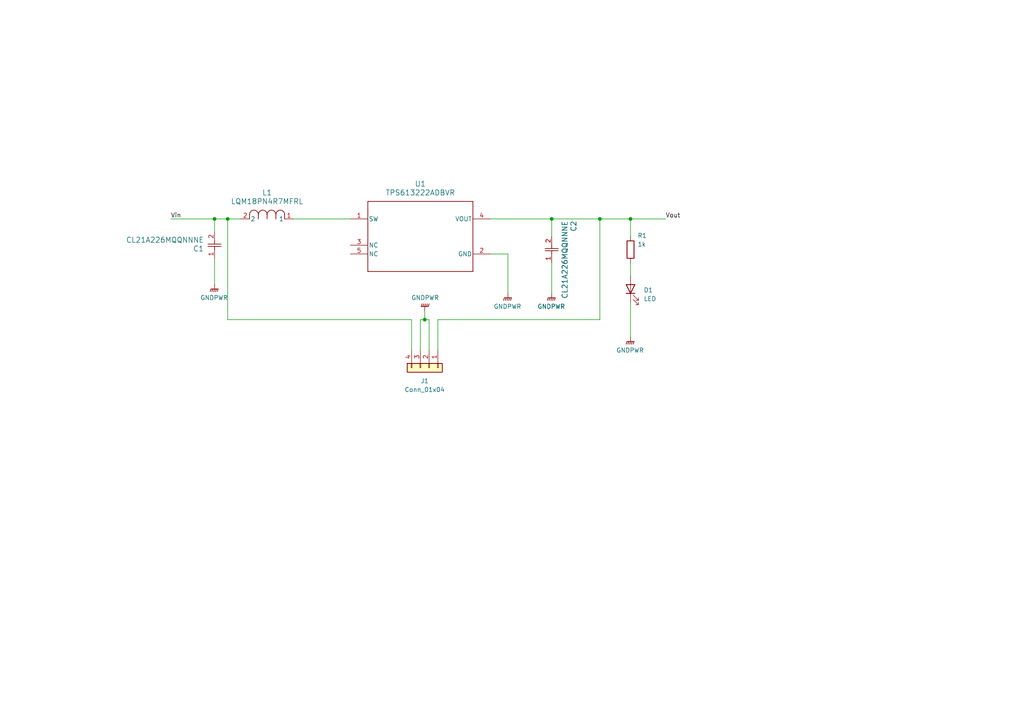
<source format=kicad_sch>
(kicad_sch (version 20250114) (generator "eeschema") (generator_version "9.0")
  (paper "A4")
  (lib_symbols
    (symbol "CL21A226MQQNNNE:CL21A226MQQNNNE" (pin_names (offset 0.254))
      (property "Reference" "C" (at 3.81 3.81 0))
      (property "Value" "CL21A226MQQNNNE" (at 3.81 -3.81 0))
      (symbol "CL21A226MQQNNNE_1_1"
        (polyline (pts (xy 2.54 0) (xy 3.4798 0)) (stroke (width 0.2032)))
        (polyline (pts (xy 3.4798 -1.905) (xy 3.4798 1.905)) (stroke (width 0.2032)))
        (polyline (pts (xy 4.1148 0) (xy 5.08 0)) (stroke (width 0.2032)))
        (polyline (pts (xy 4.1148 -1.905) (xy 4.1148 1.905)) (stroke (width 0.2032)))
        (pin unspecified line (at 0 0 0) (length 2.54) (name "") (number "1"))
        (pin unspecified line (at 7.62 0 180) (length 2.54) (name "") (number "2"))
      )
      (symbol "CL21A226MQQNNNE_1_2"
        (polyline (pts (xy -1.905 -3.4798) (xy 1.905 -3.4798)) (stroke (width 0.2032)))
        (polyline (pts (xy -1.905 -4.1148) (xy 1.905 -4.1148)) (stroke (width 0.2032)))
        (polyline (pts (xy 0 -2.54) (xy 0 -3.4798)) (stroke (width 0.2032)))
        (polyline (pts (xy 0 -4.1148) (xy 0 -5.08)) (stroke (width 0.2032)))
        (pin unspecified line (at 0 0 270) (length 2.54) (name "") (number "1"))
        (pin unspecified line (at 0 -7.62 90) (length 2.54) (name "") (number "2"))
      )
    )
    (symbol "Connector_Generic:Conn_01x04" (pin_names (offset 1.016) (hide yes))
      (property "Reference" "J" (at 0 5.08 0))
      (property "Value" "Conn_01x04" (at 0 -7.62 0))
      (symbol "Conn_01x04_1_1"
        (rectangle (start -1.27 3.81) (end 1.27 -6.35) (stroke (width 0.254)) (fill (type background)))
        (rectangle (start -1.27 2.667) (end 0 2.413) (stroke (width 0.1524)))
        (rectangle (start -1.27 0.127) (end 0 -0.127) (stroke (width 0.1524)))
        (rectangle (start -1.27 -2.413) (end 0 -2.667) (stroke (width 0.1524)))
        (rectangle (start -1.27 -4.953) (end 0 -5.207) (stroke (width 0.1524)))
        (pin passive line (at -5.08 2.54 0) (length 3.81) (name "Pin_1") (number "1"))
        (pin passive line (at -5.08 0 0) (length 3.81) (name "Pin_2") (number "2"))
        (pin passive line (at -5.08 -2.54 0) (length 3.81) (name "Pin_3") (number "3"))
        (pin passive line (at -5.08 -5.08 0) (length 3.81) (name "Pin_4") (number "4"))
      )
    )
    (symbol "Device:LED" (pin_numbers (hide yes)) (pin_names (offset 1.016) (hide yes))
      (property "Reference" "D" (at 0 2.54 0))
      (property "Value" "LED" (at 0 -2.54 0))
      (symbol "LED_0_1"
        (polyline (pts (xy -3.048 -0.762) (xy -4.572 -2.286) (xy -3.81 -2.286) (xy -4.572 -2.286) (xy -4.572 -1.524)))
        (polyline (pts (xy -1.778 -0.762) (xy -3.302 -2.286) (xy -2.54 -2.286) (xy -3.302 -2.286) (xy -3.302 -1.524)))
        (polyline (pts (xy -1.27 0) (xy 1.27 0)))
        (polyline (pts (xy -1.27 -1.27) (xy -1.27 1.27)) (stroke (width 0.254)))
        (polyline (pts (xy 1.27 -1.27) (xy 1.27 1.27) (xy -1.27 0) (xy 1.27 -1.27)) (stroke (width 0.254)))
      )
      (symbol "LED_1_1"
        (pin passive line (at -3.81 0 0) (length 2.54) (name "K") (number "1"))
        (pin passive line (at 3.81 0 180) (length 2.54) (name "A") (number "2"))
      )
    )
    (symbol "Device:R" (pin_numbers (hide yes)) (pin_names (offset 0))
      (property "Reference" "R" (at 2.032 0 90))
      (property "Value" "R" (at 0 0 90))
      (symbol "R_0_1"
        (rectangle (start -1.016 -2.54) (end 1.016 2.54) (stroke (width 0.254)))
      )
      (symbol "R_1_1"
        (pin passive line (at 0 3.81 270) (length 1.27) (name "~") (number "1"))
        (pin passive line (at 0 -3.81 90) (length 1.27) (name "~") (number "2"))
      )
    )
    (symbol "LQM18PN4R7MFRL:LQM18PN4R7MFRL" (pin_names (offset 0.254))
      (property "Reference" "L" (at 6.985 5.08 0))
      (property "Value" "LQM18PN4R7MFRL" (at 6.985 -2.54 0))
      (symbol "LQM18PN4R7MFRL_1_1"
        (polyline (pts (xy 2.54 0) (xy 2.54 1.27)) (stroke (width 0.2032)))
        (arc (start 2.54 1.27) (mid 3.81 2.5344) (end 5.08 1.27) (stroke (width 0.2032)))
        (polyline (pts (xy 5.08 0) (xy 5.08 1.27)) (stroke (width 0.2032)))
        (arc (start 5.08 1.27) (mid 6.35 2.5344) (end 7.62 1.27) (stroke (width 0.2032)))
        (polyline (pts (xy 7.62 0) (xy 7.62 1.27)) (stroke (width 0.2032)))
        (arc (start 7.62 1.27) (mid 8.89 2.5344) (end 10.16 1.27) (stroke (width 0.2032)))
        (polyline (pts (xy 10.16 0) (xy 10.16 1.27)) (stroke (width 0.2032)))
        (arc (start 10.16 1.27) (mid 11.43 2.5344) (end 12.7 1.27) (stroke (width 0.2032)))
        (polyline (pts (xy 12.7 0) (xy 12.7 1.27)) (stroke (width 0.2032)))
        (pin unspecified line (at 0 0 0) (length 2.54) (name "2") (number "2"))
        (pin unspecified line (at 15.24 0 180) (length 2.54) (name "1") (number "1"))
      )
      (symbol "LQM18PN4R7MFRL_1_2"
        (arc (start -1.27 10.16) (mid -2.5344 11.43) (end -1.27 12.7) (stroke (width 0.2032)))
        (arc (start -1.27 7.62) (mid -2.5344 8.89) (end -1.27 10.16) (stroke (width 0.2032)))
        (arc (start -1.27 5.08) (mid -2.5344 6.35) (end -1.27 7.62) (stroke (width 0.2032)))
        (arc (start -1.27 2.54) (mid -2.5344 3.81) (end -1.27 5.08) (stroke (width 0.2032)))
        (polyline (pts (xy 0 12.7) (xy -1.27 12.7)) (stroke (width 0.2032)))
        (polyline (pts (xy 0 10.16) (xy -1.27 10.16)) (stroke (width 0.2032)))
        (polyline (pts (xy 0 7.62) (xy -1.27 7.62)) (stroke (width 0.2032)))
        (polyline (pts (xy 0 5.08) (xy -1.27 5.08)) (stroke (width 0.2032)))
        (polyline (pts (xy 0 2.54) (xy -1.27 2.54)) (stroke (width 0.2032)))
        (pin unspecified line (at 0 15.24 270) (length 2.54) (name "1") (number "1"))
        (pin unspecified line (at 0 0 90) (length 2.54) (name "2") (number "2"))
      )
    )
    (symbol "TPS613222ADBVR:TPS613222ADBVR" (pin_names (offset 0.254))
      (property "Reference" "U" (at 0 2.54 0))
      (property "Value" "TPS613222ADBVR" (at 0 0 0))
      (symbol "TPS613222ADBVR_0_1"
        (polyline (pts (xy -15.24 10.16) (xy -15.24 -10.16)) (stroke (width 0.2032)))
        (polyline (pts (xy -15.24 -10.16) (xy 15.24 -10.16)) (stroke (width 0.2032)))
        (polyline (pts (xy 15.24 10.16) (xy -15.24 10.16)) (stroke (width 0.2032)))
        (polyline (pts (xy 15.24 -10.16) (xy 15.24 10.16)) (stroke (width 0.2032)))
        (pin power_in line (at -20.32 5.08 0) (length 5.08) (name "SW") (number "1"))
        (pin unspecified line (at -20.32 -2.54 0) (length 5.08) (name "NC") (number "3"))
        (pin unspecified line (at -20.32 -5.08 0) (length 5.08) (name "NC") (number "5"))
        (pin power_in line (at 20.32 5.08 180) (length 5.08) (name "VOUT") (number "4"))
        (pin power_in line (at 20.32 -5.08 180) (length 5.08) (name "GND") (number "2"))
      )
    )
    (symbol "power:GNDPWR" (power) (pin_numbers (hide yes)) (pin_names (offset 0) (hide yes))
      (property "Value" "GNDPWR" (at 0 -3.302 0))
      (symbol "GNDPWR_0_1"
        (polyline (pts (xy -1.016 -1.27) (xy -1.27 -2.032) (xy -1.27 -2.032)) (stroke (width 0.2032)))
        (polyline (pts (xy -0.508 -1.27) (xy -0.762 -2.032) (xy -0.762 -2.032)) (stroke (width 0.2032)))
        (polyline (pts (xy 0 -1.27) (xy 0 0)))
        (polyline (pts (xy 0 -1.27) (xy -0.254 -2.032) (xy -0.254 -2.032)) (stroke (width 0.2032)))
        (polyline (pts (xy 0.508 -1.27) (xy 0.254 -2.032) (xy 0.254 -2.032)) (stroke (width 0.2032)))
        (polyline (pts (xy 1.016 -1.27) (xy -1.016 -1.27) (xy -1.016 -1.27)) (stroke (width 0.2032)))
        (polyline (pts (xy 1.016 -1.27) (xy 0.762 -2.032) (xy 0.762 -2.032) (xy 0.762 -2.032)) (stroke (width 0.2032)))
      )
      (symbol "GNDPWR_1_1"
        (pin power_in line (at 0 0 270) (length 0) (name "~") (number "1"))
      )
    )
  )
  (junction (at 182.88 63.5))
  (junction (at 123.19 92.71))
  (junction (at 173.99 63.5))
  (junction (at 66.04 63.5))
  (junction (at 160.02 63.5))
  (junction (at 62.23 63.5))
  (wire (pts (xy 182.88 76.2) (xy 182.88 80.01)))
  (wire (pts (xy 160.02 63.5) (xy 160.02 68.58)))
  (wire (pts (xy 66.04 63.5) (xy 66.04 92.71)))
  (wire (pts (xy 182.88 63.5) (xy 182.88 68.58)))
  (wire (pts (xy 127 92.71) (xy 127 101.6)))
  (wire (pts (xy 173.99 92.71) (xy 127 92.71)))
  (wire (pts (xy 69.85 63.5) (xy 66.04 63.5)))
  (wire (pts (xy 66.04 63.5) (xy 62.23 63.5)))
  (wire (pts (xy 124.46 92.71) (xy 123.19 92.71)))
  (wire (pts (xy 142.24 63.5) (xy 160.02 63.5)))
  (wire (pts (xy 121.92 92.71) (xy 123.19 92.71)))
  (wire (pts (xy 142.24 73.66) (xy 147.32 73.66)))
  (wire (pts (xy 160.02 63.5) (xy 173.99 63.5)))
  (wire (pts (xy 147.32 73.66) (xy 147.32 85.09)))
  (wire (pts (xy 173.99 63.5) (xy 182.88 63.5)))
  (wire (pts (xy 182.88 63.5) (xy 193.04 63.5)))
  (wire (pts (xy 173.99 63.5) (xy 173.99 92.71)))
  (wire (pts (xy 124.46 101.6) (xy 124.46 92.71)))
  (wire (pts (xy 66.04 92.71) (xy 119.38 92.71)))
  (wire (pts (xy 62.23 74.93) (xy 62.23 82.55)))
  (wire (pts (xy 85.09 63.5) (xy 101.6 63.5)))
  (wire (pts (xy 121.92 101.6) (xy 121.92 92.71)))
  (wire (pts (xy 62.23 63.5) (xy 62.23 67.31)))
  (wire (pts (xy 160.02 76.2) (xy 160.02 85.09)))
  (wire (pts (xy 119.38 92.71) (xy 119.38 101.6)))
  (wire (pts (xy 123.19 92.71) (xy 123.19 90.17)))
  (wire (pts (xy 182.88 87.63) (xy 182.88 97.79)))
  (wire (pts (xy 49.53 63.5) (xy 62.23 63.5)))
  (label "Vin" (at 49.53 63.5 0))
  (label "Vout" (at 193.04 63.5 0))
  (symbol (lib_id "TPS613222ADBVR:TPS613222ADBVR") (at 121.92 68.58 0) (unit 1)
    (property "Reference" "U1" (at 121.92 53.34 0) (effects (font (size 1.524 1.524))))
    (property "Value" "TPS613222ADBVR" (at 121.92 55.88 0) (effects (font (size 1.524 1.524))))
    (property "Footprint" "DBV0005A_N" (effects (hide yes)))
    (property "Datasheet" "https://www.ti.com/lit/gpn/tps61322" (effects (hide yes)))
  )
  (symbol (lib_id "Device:R") (at 182.88 72.39 0) (unit 1)
    (property "Reference" "R1" (at 184.912 68.326 0) (effects (justify left)))
    (property "Value" "1k" (at 184.912 70.866 0) (effects (justify left)))
    (property "Footprint" "PCM_Resistor_SMD_AKL:R_1206_3216Metric" (effects (hide yes)))
    (property "Description" "Resistor" (effects (hide yes)))
  )
  (symbol (lib_id "power:GNDPWR") (at 160.02 85.09 0) (unit 1)
    (property "Reference" "#PWR04" (effects (hide yes)))
    (property "Value" "GNDPWR" (at 159.893 88.9 0))
    (property "Description" "Power symbol creates a global label with name \"GNDPWR\" , global ground" (effects (hide yes)))
  )
  (symbol (lib_id "power:GNDPWR") (at 147.32 85.09 0) (unit 1)
    (property "Reference" "#PWR05" (effects (hide yes)))
    (property "Value" "GNDPWR" (at 147.193 88.9 0))
    (property "Description" "Power symbol creates a global label with name \"GNDPWR\" , global ground" (effects (hide yes)))
  )
  (symbol (lib_id "power:GNDPWR") (at 182.88 97.79 0) (unit 1)
    (property "Reference" "#PWR03" (effects (hide yes)))
    (property "Value" "GNDPWR" (at 182.753 101.6 0))
    (property "Description" "Power symbol creates a global label with name \"GNDPWR\" , global ground" (effects (hide yes)))
  )
  (symbol (lib_id "Connector_Generic:Conn_01x04") (at 124.46 106.68 270) (unit 1)
    (property "Reference" "J1" (at 123.19 110.49 90))
    (property "Value" "Conn_01x04" (at 123.19 113.03 90))
    (property "Footprint" "Connector_PinSocket_1.00mm:PinSocket_1x04_P1.00mm_Vertical" (effects (hide yes)))
    (property "Description" "Generic connector, single row, 01x04, script generated (kicad-library-utils/schlib/autogen/connector/)" (effects (hide yes)))
  )
  (symbol (lib_id "CL21A226MQQNNNE:CL21A226MQQNNNE") (at 62.23 74.93 90) (unit 1)
    (property "Reference" "C1" (at 59.182 72.136 90) (effects (font (size 1.524 1.524)) (justify left)))
    (property "Value" "CL21A226MQQNNNE" (at 59.182 69.596 90) (effects (font (size 1.524 1.524)) (justify left)))
    (property "Footprint" "CAP_CL21_SAM" (effects (hide yes)))
    (property "Datasheet" "CL21A226MQQNNNE" (effects (hide yes)))
  )
  (symbol (lib_id "CL21A226MQQNNNE:CL21A226MQQNNNE") (at 160.02 76.2 90) (unit 1)
    (property "Reference" "C2" (at 166.37 64.008 0) (effects (font (size 1.524 1.524)) (justify right)))
    (property "Value" "CL21A226MQQNNNE" (at 163.83 64.008 0) (effects (font (size 1.524 1.524)) (justify right)))
    (property "Footprint" "CAP_CL21_SAM" (effects (hide yes)))
    (property "Datasheet" "CL21A226MQQNNNE" (effects (hide yes)))
  )
  (symbol (lib_id "Device:LED") (at 182.88 83.82 90) (unit 1)
    (property "Reference" "D1" (at 186.69 84.1374 90) (effects (justify right)))
    (property "Value" "LED" (at 186.69 86.6774 90) (effects (justify right)))
    (property "Footprint" "LED_SMD:LED_0805_2012Metric" (effects (hide yes)))
    (property "Description" "Light emitting diode" (effects (hide yes)))
    (property "Sim.Pins" "1=K 2=A" (effects (hide yes)))
  )
  (symbol (lib_id "power:GNDPWR") (at 62.23 82.55 0) (unit 1)
    (property "Reference" "#PWR01" (effects (hide yes)))
    (property "Value" "GNDPWR" (at 62.103 86.36 0))
    (property "Description" "Power symbol creates a global label with name \"GNDPWR\" , global ground" (effects (hide yes)))
  )
  (symbol (lib_id "LQM18PN4R7MFRL:LQM18PN4R7MFRL") (at 69.85 63.5 0) (unit 1)
    (property "Reference" "L1" (at 77.47 55.88 0) (effects (font (size 1.524 1.524))))
    (property "Value" "LQM18PN4R7MFRL" (at 77.47 58.42 0) (effects (font (size 1.524 1.524))))
    (property "Footprint" "IND_LQM18PxxxxFRx_MUR" (effects (hide yes)))
    (property "Datasheet" "LQM18PN4R7MFRL" (effects (hide yes)))
  )
  (symbol (lib_id "power:GNDPWR") (at 123.19 90.17 180) (unit 1)
    (property "Reference" "#PWR02" (effects (hide yes)))
    (property "Value" "GNDPWR" (at 123.317 86.36 0))
    (property "Description" "Power symbol creates a global label with name \"GNDPWR\" , global ground" (effects (hide yes)))
  )
)
</source>
